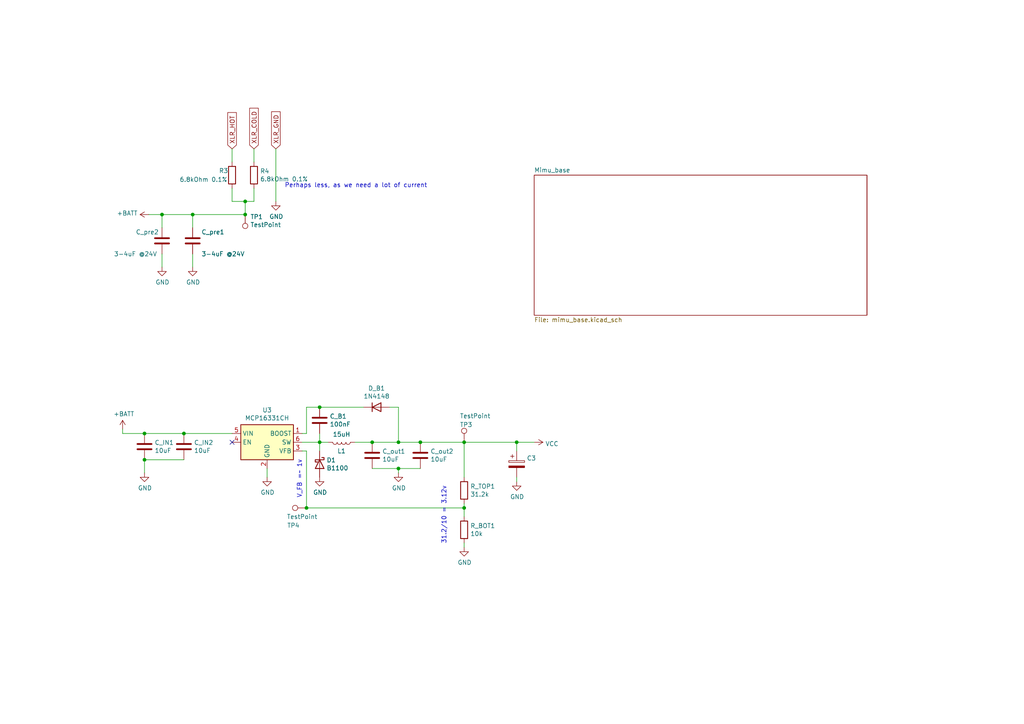
<source format=kicad_sch>
(kicad_sch (version 20211123) (generator eeschema)
  (paper "A4")
  (lib_symbols
    (symbol "Connector:TestPoint" (pin_numbers hide) (pin_names (offset 0.762) hide)
      (property "Reference" "TP" (at 0 6.858 0))
      (property "Value" "TestPoint" (at 0 5.08 0))
      (symbol "TestPoint_0_1"
        (circle (center 0 3.302) (radius 0.762))
      )
      (symbol "TestPoint_1_1"
        (pin passive line (at 0 0 90) (length 2.54) (name "1") (number "1"))
      )
    )
    (symbol "Device:C" (pin_numbers hide) (pin_names (offset 0.254))
      (property "Reference" "C" (at 0.635 2.54 0))
      (property "Value" "C" (at 0.635 -2.54 0))
      (symbol "C_0_1"
        (polyline (pts (xy -2.032 -0.762) (xy 2.032 -0.762)) (stroke (width 0.508)))
        (polyline (pts (xy -2.032 0.762) (xy 2.032 0.762)) (stroke (width 0.508)))
      )
      (symbol "C_1_1"
        (pin passive line (at 0 3.81 270) (length 2.794) (name "~") (number "1"))
        (pin passive line (at 0 -3.81 90) (length 2.794) (name "~") (number "2"))
      )
    )
    (symbol "Device:C_Polarized" (pin_numbers hide) (pin_names (offset 0.254))
      (property "Reference" "C" (at 0.635 2.54 0))
      (property "Value" "C_Polarized" (at 0.635 -2.54 0))
      (symbol "C_Polarized_0_1"
        (rectangle (start -2.286 0.508) (end 2.286 1.016))
        (polyline (pts (xy -1.778 2.286) (xy -0.762 2.286)))
        (polyline (pts (xy -1.27 2.794) (xy -1.27 1.778)))
        (rectangle (start 2.286 -0.508) (end -2.286 -1.016) (fill (type outline)))
      )
      (symbol "C_Polarized_1_1"
        (pin passive line (at 0 3.81 270) (length 2.794) (name "~") (number "1"))
        (pin passive line (at 0 -3.81 90) (length 2.794) (name "~") (number "2"))
      )
    )
    (symbol "Device:D" (pin_numbers hide) (pin_names (offset 1.016) hide)
      (property "Reference" "D" (at 0 2.54 0))
      (property "Value" "D" (at 0 -2.54 0))
      (symbol "D_0_1"
        (polyline (pts (xy -1.27 1.27) (xy -1.27 -1.27)) (stroke (width 0.254)))
        (polyline (pts (xy 1.27 0) (xy -1.27 0)))
        (polyline (pts (xy 1.27 1.27) (xy 1.27 -1.27) (xy -1.27 0) (xy 1.27 1.27)) (stroke (width 0.254)))
      )
      (symbol "D_1_1"
        (pin passive line (at -3.81 0 0) (length 2.54) (name "K") (number "1"))
        (pin passive line (at 3.81 0 180) (length 2.54) (name "A") (number "2"))
      )
    )
    (symbol "Device:D_Schottky" (pin_numbers hide) (pin_names (offset 1.016) hide)
      (property "Reference" "D" (at 0 2.54 0))
      (property "Value" "D_Schottky" (at 0 -2.54 0))
      (symbol "D_Schottky_0_1"
        (polyline (pts (xy 1.27 0) (xy -1.27 0)))
        (polyline (pts (xy 1.27 1.27) (xy 1.27 -1.27) (xy -1.27 0) (xy 1.27 1.27)) (stroke (width 0.254)))
        (polyline (pts (xy -1.905 0.635) (xy -1.905 1.27) (xy -1.27 1.27) (xy -1.27 -1.27) (xy -0.635 -1.27) (xy -0.635 -0.635)) (stroke (width 0.254)))
      )
      (symbol "D_Schottky_1_1"
        (pin passive line (at -3.81 0 0) (length 2.54) (name "K") (number "1"))
        (pin passive line (at 3.81 0 180) (length 2.54) (name "A") (number "2"))
      )
    )
    (symbol "Device:L" (pin_numbers hide) (pin_names (offset 1.016) hide)
      (property "Reference" "L" (at -1.27 0 90))
      (property "Value" "L" (at 1.905 0 90))
      (symbol "L_0_1"
        (arc (start 0 -2.54) (mid 0.635 -1.905) (end 0 -1.27))
        (arc (start 0 -1.27) (mid 0.635 -0.635) (end 0 0))
        (arc (start 0 0) (mid 0.635 0.635) (end 0 1.27))
        (arc (start 0 1.27) (mid 0.635 1.905) (end 0 2.54))
      )
      (symbol "L_1_1"
        (pin passive line (at 0 3.81 270) (length 1.27) (name "1") (number "1"))
        (pin passive line (at 0 -3.81 90) (length 1.27) (name "2") (number "2"))
      )
    )
    (symbol "Device:R" (pin_numbers hide) (pin_names (offset 0))
      (property "Reference" "R" (at 2.032 0 90))
      (property "Value" "R" (at 0 0 90))
      (symbol "R_0_1"
        (rectangle (start -1.016 -2.54) (end 1.016 2.54) (stroke (width 0.254)))
      )
      (symbol "R_1_1"
        (pin passive line (at 0 3.81 270) (length 1.27) (name "~") (number "1"))
        (pin passive line (at 0 -3.81 90) (length 1.27) (name "~") (number "2"))
      )
    )
    (symbol "Regulator_Switching:MCP16331CH"
      (property "Reference" "U" (at -7.874 6.35 0))
      (property "Value" "MCP16331CH" (at -2.54 6.35 0))
      (symbol "MCP16331CH_0_1"
        (rectangle (start -7.62 5.08) (end 7.62 -5.08) (stroke (width 0.254)) (fill (type background)))
      )
      (symbol "MCP16331CH_1_1"
        (pin input line (at 10.16 2.54 180) (length 2.54) (name "BOOST") (number "1"))
        (pin power_in line (at 0 -7.62 90) (length 2.54) (name "GND") (number "2"))
        (pin input line (at 10.16 -2.54 180) (length 2.54) (name "VFB") (number "3"))
        (pin input line (at -10.16 0 0) (length 2.54) (name "EN") (number "4"))
        (pin power_in line (at -10.16 2.54 0) (length 2.54) (name "VIN") (number "5"))
        (pin output line (at 10.16 0 180) (length 2.54) (name "SW") (number "6"))
      )
    )
    (symbol "power:+BATT" (power) (pin_names (offset 0))
      (property "Value" "+BATT" (at 0 3.556 0))
      (symbol "+BATT_0_1"
        (polyline (pts (xy -0.762 1.27) (xy 0 2.54)))
        (polyline (pts (xy 0 0) (xy 0 2.54)))
        (polyline (pts (xy 0 2.54) (xy 0.762 1.27)))
      )
      (symbol "+BATT_1_1"
        (pin power_in line (at 0 0 90) (length 0) hide (name "+BATT") (number "1"))
      )
    )
    (symbol "power:GND" (power) (pin_names (offset 0))
      (property "Value" "GND" (at 0 -3.81 0))
      (symbol "GND_0_1"
        (polyline (pts (xy 0 0) (xy 0 -1.27) (xy 1.27 -1.27) (xy 0 -2.54) (xy -1.27 -1.27) (xy 0 -1.27)))
      )
      (symbol "GND_1_1"
        (pin power_in line (at 0 0 270) (length 0) hide (name "GND") (number "1"))
      )
    )
    (symbol "power:VCC" (power) (pin_names (offset 0))
      (property "Value" "VCC" (at 0 3.81 0))
      (symbol "VCC_0_1"
        (polyline (pts (xy -0.762 1.27) (xy 0 2.54)))
        (polyline (pts (xy 0 0) (xy 0 2.54)))
        (polyline (pts (xy 0 2.54) (xy 0.762 1.27)))
      )
      (symbol "VCC_1_1"
        (pin power_in line (at 0 0 90) (length 0) hide (name "VCC") (number "1"))
      )
    )
  )
  (junction (at 55.88 62.23))
  (junction (at 92.71 128.27))
  (junction (at 41.91 125.73))
  (junction (at 107.95 128.27))
  (junction (at 53.34 125.73))
  (junction (at 92.71 118.11))
  (junction (at 115.57 128.27))
  (junction (at 115.57 135.89))
  (junction (at 71.12 58.42))
  (junction (at 46.99 62.23))
  (junction (at 134.62 128.27))
  (junction (at 134.62 147.32))
  (junction (at 88.9 147.32))
  (junction (at 149.86 128.27))
  (junction (at 71.12 62.23))
  (junction (at 41.91 133.35))
  (junction (at 121.92 128.27))
  (no_connect (at 67.31 128.27))
  (wire (pts (xy 87.63 125.73) (xy 88.9 125.73)))
  (wire (pts (xy 88.9 118.11) (xy 88.9 125.73)))
  (wire (pts (xy 134.62 147.32) (xy 88.9 147.32)))
  (wire (pts (xy 73.66 58.42) (xy 73.66 54.61)))
  (wire (pts (xy 71.12 58.42) (xy 71.12 62.23)))
  (wire (pts (xy 115.57 118.11) (xy 115.57 128.27)))
  (wire (pts (xy 113.03 118.11) (xy 115.57 118.11)))
  (wire (pts (xy 41.91 133.35) (xy 41.91 137.16)))
  (wire (pts (xy 88.9 118.11) (xy 92.71 118.11)))
  (wire (pts (xy 115.57 135.89) (xy 121.92 135.89)))
  (wire (pts (xy 149.86 138.43) (xy 149.86 139.7)))
  (wire (pts (xy 105.41 118.11) (xy 92.71 118.11)))
  (wire (pts (xy 121.92 128.27) (xy 115.57 128.27)))
  (wire (pts (xy 80.01 58.42) (xy 80.01 43.18)))
  (wire (pts (xy 134.62 149.86) (xy 134.62 147.32)))
  (wire (pts (xy 115.57 137.16) (xy 115.57 135.89)))
  (wire (pts (xy 55.88 62.23) (xy 71.12 62.23)))
  (wire (pts (xy 53.34 125.73) (xy 41.91 125.73)))
  (wire (pts (xy 102.87 128.27) (xy 107.95 128.27)))
  (wire (pts (xy 88.9 147.32) (xy 88.9 130.81)))
  (wire (pts (xy 92.71 128.27) (xy 92.71 130.81)))
  (wire (pts (xy 46.99 73.66) (xy 46.99 77.47)))
  (wire (pts (xy 55.88 66.04) (xy 55.88 62.23)))
  (wire (pts (xy 115.57 128.27) (xy 107.95 128.27)))
  (wire (pts (xy 92.71 128.27) (xy 92.71 125.73)))
  (wire (pts (xy 67.31 58.42) (xy 71.12 58.42)))
  (wire (pts (xy 134.62 147.32) (xy 134.62 146.05)))
  (wire (pts (xy 46.99 62.23) (xy 55.88 62.23)))
  (wire (pts (xy 134.62 128.27) (xy 149.86 128.27)))
  (wire (pts (xy 53.34 125.73) (xy 67.31 125.73)))
  (wire (pts (xy 95.25 128.27) (xy 92.71 128.27)))
  (wire (pts (xy 35.56 125.73) (xy 35.56 124.46)))
  (wire (pts (xy 149.86 128.27) (xy 154.94 128.27)))
  (wire (pts (xy 134.62 158.75) (xy 134.62 157.48)))
  (wire (pts (xy 149.86 128.27) (xy 149.86 130.81)))
  (wire (pts (xy 107.95 135.89) (xy 115.57 135.89)))
  (wire (pts (xy 77.47 138.43) (xy 77.47 135.89)))
  (wire (pts (xy 55.88 73.66) (xy 55.88 77.47)))
  (wire (pts (xy 35.56 125.73) (xy 41.91 125.73)))
  (wire (pts (xy 73.66 46.99) (xy 73.66 43.18)))
  (wire (pts (xy 134.62 128.27) (xy 134.62 138.43)))
  (wire (pts (xy 43.18 62.23) (xy 46.99 62.23)))
  (wire (pts (xy 88.9 130.81) (xy 87.63 130.81)))
  (wire (pts (xy 67.31 43.18) (xy 67.31 46.99)))
  (wire (pts (xy 46.99 66.04) (xy 46.99 62.23)))
  (wire (pts (xy 41.91 133.35) (xy 53.34 133.35)))
  (wire (pts (xy 67.31 54.61) (xy 67.31 58.42)))
  (wire (pts (xy 71.12 58.42) (xy 73.66 58.42)))
  (wire (pts (xy 87.63 128.27) (xy 92.71 128.27)))
  (wire (pts (xy 121.92 128.27) (xy 134.62 128.27)))
  (text "31.2/10 = 3.12v" (at 129.54 140.97 270) (effects (font (size 1.27 1.27)) (justify right bottom)))
  (text "Perhaps less, as we need a lot of current" (at 82.55 54.61 0) (effects (font (size 1.27 1.27)) (justify left bottom)))
  (text "V_FB =~ 1v" (at 87.63 133.35 270) (effects (font (size 1.27 1.27)) (justify right bottom)))
  (global_label "XLR_GND" (shape input) (at 80.01 43.18 90) (property "Intersheet References" "${INTERSHEET_REFS}" (effects hide)))
  (global_label "XLR_COLD" (shape input) (at 73.66 43.18 90) (property "Intersheet References" "${INTERSHEET_REFS}" (effects hide)))
  (global_label "XLR_HOT" (shape input) (at 67.31 43.18 90) (property "Intersheet References" "${INTERSHEET_REFS}" (effects hide)))
  (symbol (lib_id "Regulator_Switching:MCP16331CH") (at 77.47 128.27 0) (unit 1)
    (property "Reference" "U3" (at 77.47 118.9482 0))
    (property "Value" "MCP16331CH" (at 77.47 121.2596 0))
    (property "Footprint" "Package_TO_SOT_SMD:SOT-23-6" (effects hide))
    (property "Datasheet" "http://ww1.microchip.com/downloads/en/DeviceDoc/20005308C.pdf" (effects hide))
  )
  (symbol (lib_id "Device:C") (at 41.91 129.54 0) (unit 1)
    (property "Reference" "C_IN1" (at 44.831 128.3716 0) (effects (justify left)))
    (property "Value" "10uF" (at 44.831 130.683 0) (effects (justify left)))
    (property "Footprint" "Capacitor_SMD:C_1206_3216Metric_Pad1.42x1.75mm_HandSolder" (effects hide))
  )
  (symbol (lib_id "power:VCC") (at 154.94 128.27 270) (unit 1)
    (property "Reference" "#PWR015" (effects hide))
    (property "Value" "VCC" (at 158.1658 128.7272 90) (effects (justify left)))
  )
  (symbol (lib_id "Device:C") (at 53.34 129.54 0) (unit 1)
    (property "Reference" "C_IN2" (at 56.261 128.3716 0) (effects (justify left)))
    (property "Value" "10uF" (at 56.261 130.683 0) (effects (justify left)))
    (property "Footprint" "Capacitor_SMD:C_1206_3216Metric_Pad1.42x1.75mm_HandSolder" (effects hide))
  )
  (symbol (lib_id "Device:C") (at 107.95 132.08 0) (unit 1)
    (property "Reference" "C_out1" (at 110.871 130.9116 0) (effects (justify left)))
    (property "Value" "10uF" (at 110.871 133.223 0) (effects (justify left)))
    (property "Footprint" "Capacitor_SMD:C_1206_3216Metric_Pad1.42x1.75mm_HandSolder" (effects hide))
  )
  (symbol (lib_id "Device:C") (at 121.92 132.08 0) (unit 1)
    (property "Reference" "C_out2" (at 124.841 130.9116 0) (effects (justify left)))
    (property "Value" "10uF" (at 124.841 133.223 0) (effects (justify left)))
    (property "Footprint" "Capacitor_SMD:C_1206_3216Metric_Pad1.42x1.75mm_HandSolder" (effects hide))
  )
  (symbol (lib_id "Device:C") (at 92.71 121.92 0) (unit 1)
    (property "Reference" "C_B1" (at 95.631 120.7516 0) (effects (justify left)))
    (property "Value" "100nF" (at 95.631 123.063 0) (effects (justify left)))
    (property "Footprint" "Capacitor_SMD:C_1206_3216Metric_Pad1.42x1.75mm_HandSolder" (effects hide))
  )
  (symbol (lib_id "Device:D") (at 109.22 118.11 0) (unit 1)
    (property "Reference" "D_B1" (at 109.22 112.6236 0))
    (property "Value" "1N4148" (at 109.22 114.935 0))
    (property "Footprint" "Diodes_SMD:D_SOD-323_HandSoldering" (effects hide))
  )
  (symbol (lib_id "power:GND") (at 41.91 137.16 0) (unit 1)
    (property "Reference" "#PWR03" (effects hide))
    (property "Value" "GND" (at 42.037 141.5542 0))
  )
  (symbol (lib_id "Device:D_Schottky") (at 92.71 134.62 270) (unit 1)
    (property "Reference" "D1" (at 94.7166 133.4516 90) (effects (justify left)))
    (property "Value" "B1100" (at 94.7166 135.763 90) (effects (justify left)))
    (property "Footprint" "Diodes_SMD:D_SMA" (effects hide))
  )
  (symbol (lib_id "Device:L") (at 99.06 128.27 270) (unit 1)
    (property "Reference" "L1" (at 99.06 130.81 90))
    (property "Value" "15uH" (at 99.06 125.984 90))
    (property "Footprint" "Inductors_SMD:L_7.3x7.3_H4.5" (effects hide))
    (property "Datasheet" "Würth 7447779115" (effects hide))
  )
  (symbol (lib_id "Device:R") (at 134.62 142.24 0) (unit 1)
    (property "Reference" "R_TOP1" (at 136.398 141.0716 0) (effects (justify left)))
    (property "Value" "31.2k" (at 136.398 143.383 0) (effects (justify left)))
    (property "Footprint" "Resistor_SMD:R_1206_3216Metric_Pad1.42x1.75mm_HandSolder" (effects hide))
  )
  (symbol (lib_id "Device:R") (at 134.62 153.67 0) (unit 1)
    (property "Reference" "R_BOT1" (at 136.398 152.5016 0) (effects (justify left)))
    (property "Value" "10k" (at 136.398 154.813 0) (effects (justify left)))
    (property "Footprint" "Resistor_SMD:R_1206_3216Metric_Pad1.42x1.75mm_HandSolder" (effects hide))
  )
  (symbol (lib_id "power:GND") (at 77.47 138.43 0) (unit 1)
    (property "Reference" "#PWR04" (effects hide))
    (property "Value" "GND" (at 77.597 142.8242 0))
  )
  (symbol (lib_id "power:GND") (at 115.57 137.16 0) (unit 1)
    (property "Reference" "#PWR09" (effects hide))
    (property "Value" "GND" (at 115.697 141.5542 0))
  )
  (symbol (lib_id "power:GND") (at 92.71 138.43 0) (unit 1)
    (property "Reference" "#PWR07" (effects hide))
    (property "Value" "GND" (at 92.837 142.8242 0))
  )
  (symbol (lib_id "power:GND") (at 134.62 158.75 0) (unit 1)
    (property "Reference" "#PWR013" (effects hide))
    (property "Value" "GND" (at 134.747 163.1442 0))
  )
  (symbol (lib_id "power:+BATT") (at 35.56 124.46 0) (unit 1)
    (property "Reference" "#PWR0101" (effects hide))
    (property "Value" "+BATT" (at 35.941 120.0658 0))
  )
  (symbol (lib_id "power:+BATT") (at 43.18 62.23 90) (unit 1)
    (property "Reference" "#PWR0102" (effects hide))
    (property "Value" "+BATT" (at 39.9542 61.849 90) (effects (justify left)))
  )
  (symbol (lib_id "Device:R") (at 67.31 50.8 0) (unit 1)
    (property "Reference" "R3" (at 63.5 49.53 0) (effects (justify left)))
    (property "Value" "6.8kOhm 0.1%" (at 52.07 52.07 0) (effects (justify left)))
    (property "Footprint" "Resistor_SMD:R_1206_3216Metric_Pad1.30x1.75mm_HandSolder" (effects hide))
    (property "Datasheet" "https://www.digikey.de/product-detail/en/susumu/RG2012P-682-B-T5/RG20P6-8KBDKR-ND/1241578" (effects hide))
  )
  (symbol (lib_id "Device:R") (at 73.66 50.8 0) (unit 1)
    (property "Reference" "R4" (at 75.438 49.6316 0) (effects (justify left)))
    (property "Value" "6.8kOhm 0.1%" (at 75.438 51.943 0) (effects (justify left)))
    (property "Footprint" "Resistor_SMD:R_1206_3216Metric_Pad1.30x1.75mm_HandSolder" (effects hide))
    (property "Datasheet" "e.g. KOA Speer RS73 High-Precision Flat Chip Resistors" (effects hide))
  )
  (symbol (lib_id "Connector:TestPoint") (at 71.12 62.23 180) (unit 1)
    (property "Reference" "TP1" (at 72.5932 62.8904 0) (effects (justify right)))
    (property "Value" "TestPoint" (at 72.5932 65.2018 0) (effects (justify right)))
    (property "Footprint" "Measurement_Points:Measurement_Point_Round-SMD-Pad_Small" (effects hide))
  )
  (symbol (lib_id "Connector:TestPoint") (at 88.9 147.32 90) (unit 1)
    (property "Reference" "TP4" (at 85.09 152.4 90))
    (property "Value" "TestPoint" (at 87.63 149.86 90))
    (property "Footprint" "Measurement_Points:Measurement_Point_Round-SMD-Pad_Small" (effects hide))
  )
  (symbol (lib_id "Connector:TestPoint") (at 134.62 128.27 0) (unit 1)
    (property "Reference" "TP3" (at 133.35 123.19 0) (effects (justify left)))
    (property "Value" "TestPoint" (at 133.35 120.65 0) (effects (justify left)))
    (property "Footprint" "Measurement_Points:Measurement_Point_Round-SMD-Pad_Small" (effects hide))
  )
  (symbol (lib_id "power:GND") (at 80.01 58.42 0) (unit 1)
    (property "Reference" "#PWR0107" (effects hide))
    (property "Value" "GND" (at 80.137 62.8142 0))
  )
  (symbol (lib_id "Device:C") (at 55.88 69.85 0) (unit 1)
    (property "Reference" "C_pre1" (at 58.42 67.31 0) (effects (justify left)))
    (property "Value" "3-4uF @24V" (at 58.42 73.66 0) (effects (justify left)))
    (property "Footprint" "Capacitor_SMD:C_1206_3216Metric_Pad1.33x1.80mm_HandSolder" (effects hide))
  )
  (symbol (lib_id "power:GND") (at 55.88 77.47 0) (unit 1)
    (property "Reference" "#PWR0103" (effects hide))
    (property "Value" "GND" (at 56.007 81.8642 0))
  )
  (symbol (lib_id "Device:C_Polarized") (at 149.86 134.62 0) (unit 1)
    (property "Reference" "C3" (at 152.781 132.8963 0) (effects (justify left)))
    (property "Value" "50-100uF" (effects hide))
    (property "Footprint" "Capacitor_THT:CP_Radial_D4.0mm_P2.00mm" (effects hide))
  )
  (symbol (lib_id "power:GND") (at 149.86 139.7 0) (unit 1)
    (property "Reference" "#PWR02" (effects hide))
    (property "Value" "GND" (at 149.987 144.0942 0))
  )
  (symbol (lib_id "power:GND") (at 46.99 77.47 0) (unit 1)
    (property "Reference" "#PWR0115" (effects hide))
    (property "Value" "GND" (at 47.117 81.8642 0))
  )
  (symbol (lib_id "Device:C") (at 46.99 69.85 0) (unit 1)
    (property "Reference" "C_pre2" (at 39.37 67.31 0) (effects (justify left)))
    (property "Value" "3-4uF @24V" (at 33.02 73.66 0) (effects (justify left)))
    (property "Footprint" "Capacitor_SMD:C_1206_3216Metric_Pad1.33x1.80mm_HandSolder" (effects hide))
  )
  (sheet (at 154.94 50.8) (size 96.52 40.64)
    (property "Sheet name" "Mimu_base" (at 154.94 50.0884 0) (effects (justify left bottom)))
    (property "Sheet file" "mimu_base.kicad_sch" (at 154.94 92.0246 0) (effects (justify left top)))
  )
)
</source>
